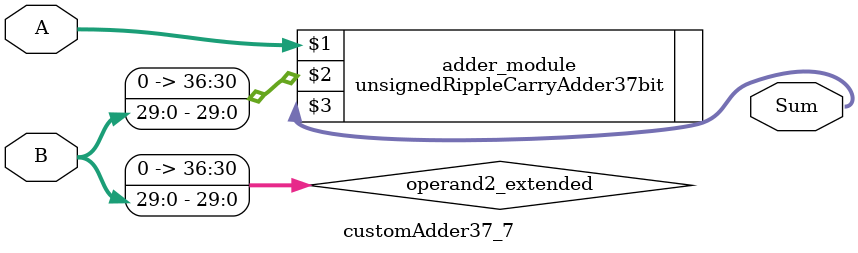
<source format=v>
module customAdder37_7(
                        input [36 : 0] A,
                        input [29 : 0] B,
                        
                        output [37 : 0] Sum
                );

        wire [36 : 0] operand2_extended;
        
        assign operand2_extended =  {7'b0, B};
        
        unsignedRippleCarryAdder37bit adder_module(
            A,
            operand2_extended,
            Sum
        );
        
        endmodule
        
</source>
